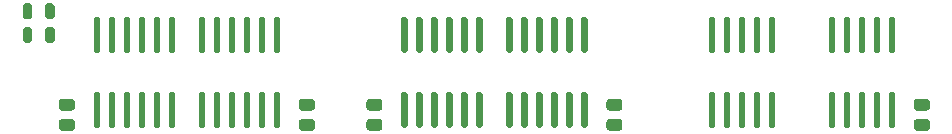
<source format=gtp>
G04 #@! TF.GenerationSoftware,KiCad,Pcbnew,(5.1.10-1-10_14)*
G04 #@! TF.CreationDate,2021-06-21T04:50:06-04:00*
G04 #@! TF.ProjectId,GW4191-SOJ,47573431-3931-42d5-934f-4a2e6b696361,1.0-SOJ*
G04 #@! TF.SameCoordinates,Original*
G04 #@! TF.FileFunction,Paste,Top*
G04 #@! TF.FilePolarity,Positive*
%FSLAX46Y46*%
G04 Gerber Fmt 4.6, Leading zero omitted, Abs format (unit mm)*
G04 Created by KiCad (PCBNEW (5.1.10-1-10_14)) date 2021-06-21 04:50:06*
%MOMM*%
%LPD*%
G01*
G04 APERTURE LIST*
G04 APERTURE END LIST*
G36*
G01*
X84665000Y-93607000D02*
X85515000Y-93607000D01*
G75*
G02*
X85765000Y-93857000I0J-250000D01*
G01*
X85765000Y-94357000D01*
G75*
G02*
X85515000Y-94607000I-250000J0D01*
G01*
X84665000Y-94607000D01*
G75*
G02*
X84415000Y-94357000I0J250000D01*
G01*
X84415000Y-93857000D01*
G75*
G02*
X84665000Y-93607000I250000J0D01*
G01*
G37*
G36*
G01*
X84665000Y-91907000D02*
X85515000Y-91907000D01*
G75*
G02*
X85765000Y-92157000I0J-250000D01*
G01*
X85765000Y-92657000D01*
G75*
G02*
X85515000Y-92907000I-250000J0D01*
G01*
X84665000Y-92907000D01*
G75*
G02*
X84415000Y-92657000I0J250000D01*
G01*
X84415000Y-92157000D01*
G75*
G02*
X84665000Y-91907000I250000J0D01*
G01*
G37*
G36*
G01*
X104985000Y-93607000D02*
X105835000Y-93607000D01*
G75*
G02*
X106085000Y-93857000I0J-250000D01*
G01*
X106085000Y-94357000D01*
G75*
G02*
X105835000Y-94607000I-250000J0D01*
G01*
X104985000Y-94607000D01*
G75*
G02*
X104735000Y-94357000I0J250000D01*
G01*
X104735000Y-93857000D01*
G75*
G02*
X104985000Y-93607000I250000J0D01*
G01*
G37*
G36*
G01*
X104985000Y-91907000D02*
X105835000Y-91907000D01*
G75*
G02*
X106085000Y-92157000I0J-250000D01*
G01*
X106085000Y-92657000D01*
G75*
G02*
X105835000Y-92907000I-250000J0D01*
G01*
X104985000Y-92907000D01*
G75*
G02*
X104735000Y-92657000I0J250000D01*
G01*
X104735000Y-92157000D01*
G75*
G02*
X104985000Y-91907000I250000J0D01*
G01*
G37*
G36*
G01*
X110700000Y-93607000D02*
X111550000Y-93607000D01*
G75*
G02*
X111800000Y-93857000I0J-250000D01*
G01*
X111800000Y-94357000D01*
G75*
G02*
X111550000Y-94607000I-250000J0D01*
G01*
X110700000Y-94607000D01*
G75*
G02*
X110450000Y-94357000I0J250000D01*
G01*
X110450000Y-93857000D01*
G75*
G02*
X110700000Y-93607000I250000J0D01*
G01*
G37*
G36*
G01*
X110700000Y-91907000D02*
X111550000Y-91907000D01*
G75*
G02*
X111800000Y-92157000I0J-250000D01*
G01*
X111800000Y-92657000D01*
G75*
G02*
X111550000Y-92907000I-250000J0D01*
G01*
X110700000Y-92907000D01*
G75*
G02*
X110450000Y-92657000I0J250000D01*
G01*
X110450000Y-92157000D01*
G75*
G02*
X110700000Y-91907000I250000J0D01*
G01*
G37*
G36*
G01*
X157905000Y-92907000D02*
X157055000Y-92907000D01*
G75*
G02*
X156805000Y-92657000I0J250000D01*
G01*
X156805000Y-92157000D01*
G75*
G02*
X157055000Y-91907000I250000J0D01*
G01*
X157905000Y-91907000D01*
G75*
G02*
X158155000Y-92157000I0J-250000D01*
G01*
X158155000Y-92657000D01*
G75*
G02*
X157905000Y-92907000I-250000J0D01*
G01*
G37*
G36*
G01*
X157905000Y-94607000D02*
X157055000Y-94607000D01*
G75*
G02*
X156805000Y-94357000I0J250000D01*
G01*
X156805000Y-93857000D01*
G75*
G02*
X157055000Y-93607000I250000J0D01*
G01*
X157905000Y-93607000D01*
G75*
G02*
X158155000Y-93857000I0J-250000D01*
G01*
X158155000Y-94357000D01*
G75*
G02*
X157905000Y-94607000I-250000J0D01*
G01*
G37*
G36*
G01*
X131020000Y-93607000D02*
X131870000Y-93607000D01*
G75*
G02*
X132120000Y-93857000I0J-250000D01*
G01*
X132120000Y-94357000D01*
G75*
G02*
X131870000Y-94607000I-250000J0D01*
G01*
X131020000Y-94607000D01*
G75*
G02*
X130770000Y-94357000I0J250000D01*
G01*
X130770000Y-93857000D01*
G75*
G02*
X131020000Y-93607000I250000J0D01*
G01*
G37*
G36*
G01*
X131020000Y-91907000D02*
X131870000Y-91907000D01*
G75*
G02*
X132120000Y-92157000I0J-250000D01*
G01*
X132120000Y-92657000D01*
G75*
G02*
X131870000Y-92907000I-250000J0D01*
G01*
X131020000Y-92907000D01*
G75*
G02*
X130770000Y-92657000I0J250000D01*
G01*
X130770000Y-92157000D01*
G75*
G02*
X131020000Y-91907000I250000J0D01*
G01*
G37*
G36*
G01*
X82150000Y-86025000D02*
X82150000Y-86975000D01*
G75*
G02*
X81950000Y-87175000I-200000J0D01*
G01*
X81550000Y-87175000D01*
G75*
G02*
X81350000Y-86975000I0J200000D01*
G01*
X81350000Y-86025000D01*
G75*
G02*
X81550000Y-85825000I200000J0D01*
G01*
X81950000Y-85825000D01*
G75*
G02*
X82150000Y-86025000I0J-200000D01*
G01*
G37*
G36*
G01*
X84050000Y-86025000D02*
X84050000Y-86975000D01*
G75*
G02*
X83850000Y-87175000I-200000J0D01*
G01*
X83450000Y-87175000D01*
G75*
G02*
X83250000Y-86975000I0J200000D01*
G01*
X83250000Y-86025000D01*
G75*
G02*
X83450000Y-85825000I200000J0D01*
G01*
X83850000Y-85825000D01*
G75*
G02*
X84050000Y-86025000I0J-200000D01*
G01*
G37*
G36*
G01*
X83250000Y-84975000D02*
X83250000Y-84025000D01*
G75*
G02*
X83450000Y-83825000I200000J0D01*
G01*
X83850000Y-83825000D01*
G75*
G02*
X84050000Y-84025000I0J-200000D01*
G01*
X84050000Y-84975000D01*
G75*
G02*
X83850000Y-85175000I-200000J0D01*
G01*
X83450000Y-85175000D01*
G75*
G02*
X83250000Y-84975000I0J200000D01*
G01*
G37*
G36*
G01*
X81350000Y-84975000D02*
X81350000Y-84025000D01*
G75*
G02*
X81550000Y-83825000I200000J0D01*
G01*
X81950000Y-83825000D01*
G75*
G02*
X82150000Y-84025000I0J-200000D01*
G01*
X82150000Y-84975000D01*
G75*
G02*
X81950000Y-85175000I-200000J0D01*
G01*
X81550000Y-85175000D01*
G75*
G02*
X81350000Y-84975000I0J200000D01*
G01*
G37*
G36*
G01*
X122692500Y-94336000D02*
X122417500Y-94336000D01*
G75*
G02*
X122280000Y-94198500I0J137500D01*
G01*
X122280000Y-91475500D01*
G75*
G02*
X122417500Y-91338000I137500J0D01*
G01*
X122692500Y-91338000D01*
G75*
G02*
X122830000Y-91475500I0J-137500D01*
G01*
X122830000Y-94198500D01*
G75*
G02*
X122692500Y-94336000I-137500J0D01*
G01*
G37*
G36*
G01*
X122692500Y-87986000D02*
X122417500Y-87986000D01*
G75*
G02*
X122280000Y-87848500I0J137500D01*
G01*
X122280000Y-85125500D01*
G75*
G02*
X122417500Y-84988000I137500J0D01*
G01*
X122692500Y-84988000D01*
G75*
G02*
X122830000Y-85125500I0J-137500D01*
G01*
X122830000Y-87848500D01*
G75*
G02*
X122692500Y-87986000I-137500J0D01*
G01*
G37*
G36*
G01*
X120152500Y-94336000D02*
X119877500Y-94336000D01*
G75*
G02*
X119740000Y-94198500I0J137500D01*
G01*
X119740000Y-91475500D01*
G75*
G02*
X119877500Y-91338000I137500J0D01*
G01*
X120152500Y-91338000D01*
G75*
G02*
X120290000Y-91475500I0J-137500D01*
G01*
X120290000Y-94198500D01*
G75*
G02*
X120152500Y-94336000I-137500J0D01*
G01*
G37*
G36*
G01*
X120152500Y-87986000D02*
X119877500Y-87986000D01*
G75*
G02*
X119740000Y-87848500I0J137500D01*
G01*
X119740000Y-85125500D01*
G75*
G02*
X119877500Y-84988000I137500J0D01*
G01*
X120152500Y-84988000D01*
G75*
G02*
X120290000Y-85125500I0J-137500D01*
G01*
X120290000Y-87848500D01*
G75*
G02*
X120152500Y-87986000I-137500J0D01*
G01*
G37*
G36*
G01*
X113802500Y-94336000D02*
X113527500Y-94336000D01*
G75*
G02*
X113390000Y-94198500I0J137500D01*
G01*
X113390000Y-91475500D01*
G75*
G02*
X113527500Y-91338000I137500J0D01*
G01*
X113802500Y-91338000D01*
G75*
G02*
X113940000Y-91475500I0J-137500D01*
G01*
X113940000Y-94198500D01*
G75*
G02*
X113802500Y-94336000I-137500J0D01*
G01*
G37*
G36*
G01*
X115072500Y-94336000D02*
X114797500Y-94336000D01*
G75*
G02*
X114660000Y-94198500I0J137500D01*
G01*
X114660000Y-91475500D01*
G75*
G02*
X114797500Y-91338000I137500J0D01*
G01*
X115072500Y-91338000D01*
G75*
G02*
X115210000Y-91475500I0J-137500D01*
G01*
X115210000Y-94198500D01*
G75*
G02*
X115072500Y-94336000I-137500J0D01*
G01*
G37*
G36*
G01*
X116342500Y-94336000D02*
X116067500Y-94336000D01*
G75*
G02*
X115930000Y-94198500I0J137500D01*
G01*
X115930000Y-91475500D01*
G75*
G02*
X116067500Y-91338000I137500J0D01*
G01*
X116342500Y-91338000D01*
G75*
G02*
X116480000Y-91475500I0J-137500D01*
G01*
X116480000Y-94198500D01*
G75*
G02*
X116342500Y-94336000I-137500J0D01*
G01*
G37*
G36*
G01*
X117612500Y-94336000D02*
X117337500Y-94336000D01*
G75*
G02*
X117200000Y-94198500I0J137500D01*
G01*
X117200000Y-91475500D01*
G75*
G02*
X117337500Y-91338000I137500J0D01*
G01*
X117612500Y-91338000D01*
G75*
G02*
X117750000Y-91475500I0J-137500D01*
G01*
X117750000Y-94198500D01*
G75*
G02*
X117612500Y-94336000I-137500J0D01*
G01*
G37*
G36*
G01*
X118882500Y-94336000D02*
X118607500Y-94336000D01*
G75*
G02*
X118470000Y-94198500I0J137500D01*
G01*
X118470000Y-91475500D01*
G75*
G02*
X118607500Y-91338000I137500J0D01*
G01*
X118882500Y-91338000D01*
G75*
G02*
X119020000Y-91475500I0J-137500D01*
G01*
X119020000Y-94198500D01*
G75*
G02*
X118882500Y-94336000I-137500J0D01*
G01*
G37*
G36*
G01*
X123962500Y-94336000D02*
X123687500Y-94336000D01*
G75*
G02*
X123550000Y-94198500I0J137500D01*
G01*
X123550000Y-91475500D01*
G75*
G02*
X123687500Y-91338000I137500J0D01*
G01*
X123962500Y-91338000D01*
G75*
G02*
X124100000Y-91475500I0J-137500D01*
G01*
X124100000Y-94198500D01*
G75*
G02*
X123962500Y-94336000I-137500J0D01*
G01*
G37*
G36*
G01*
X125232500Y-94336000D02*
X124957500Y-94336000D01*
G75*
G02*
X124820000Y-94198500I0J137500D01*
G01*
X124820000Y-91475500D01*
G75*
G02*
X124957500Y-91338000I137500J0D01*
G01*
X125232500Y-91338000D01*
G75*
G02*
X125370000Y-91475500I0J-137500D01*
G01*
X125370000Y-94198500D01*
G75*
G02*
X125232500Y-94336000I-137500J0D01*
G01*
G37*
G36*
G01*
X126502500Y-94336000D02*
X126227500Y-94336000D01*
G75*
G02*
X126090000Y-94198500I0J137500D01*
G01*
X126090000Y-91475500D01*
G75*
G02*
X126227500Y-91338000I137500J0D01*
G01*
X126502500Y-91338000D01*
G75*
G02*
X126640000Y-91475500I0J-137500D01*
G01*
X126640000Y-94198500D01*
G75*
G02*
X126502500Y-94336000I-137500J0D01*
G01*
G37*
G36*
G01*
X127772500Y-94336000D02*
X127497500Y-94336000D01*
G75*
G02*
X127360000Y-94198500I0J137500D01*
G01*
X127360000Y-91475500D01*
G75*
G02*
X127497500Y-91338000I137500J0D01*
G01*
X127772500Y-91338000D01*
G75*
G02*
X127910000Y-91475500I0J-137500D01*
G01*
X127910000Y-94198500D01*
G75*
G02*
X127772500Y-94336000I-137500J0D01*
G01*
G37*
G36*
G01*
X129042500Y-94336000D02*
X128767500Y-94336000D01*
G75*
G02*
X128630000Y-94198500I0J137500D01*
G01*
X128630000Y-91475500D01*
G75*
G02*
X128767500Y-91338000I137500J0D01*
G01*
X129042500Y-91338000D01*
G75*
G02*
X129180000Y-91475500I0J-137500D01*
G01*
X129180000Y-94198500D01*
G75*
G02*
X129042500Y-94336000I-137500J0D01*
G01*
G37*
G36*
G01*
X127772500Y-87986000D02*
X127497500Y-87986000D01*
G75*
G02*
X127360000Y-87848500I0J137500D01*
G01*
X127360000Y-85125500D01*
G75*
G02*
X127497500Y-84988000I137500J0D01*
G01*
X127772500Y-84988000D01*
G75*
G02*
X127910000Y-85125500I0J-137500D01*
G01*
X127910000Y-87848500D01*
G75*
G02*
X127772500Y-87986000I-137500J0D01*
G01*
G37*
G36*
G01*
X126502500Y-87986000D02*
X126227500Y-87986000D01*
G75*
G02*
X126090000Y-87848500I0J137500D01*
G01*
X126090000Y-85125500D01*
G75*
G02*
X126227500Y-84988000I137500J0D01*
G01*
X126502500Y-84988000D01*
G75*
G02*
X126640000Y-85125500I0J-137500D01*
G01*
X126640000Y-87848500D01*
G75*
G02*
X126502500Y-87986000I-137500J0D01*
G01*
G37*
G36*
G01*
X125232500Y-87986000D02*
X124957500Y-87986000D01*
G75*
G02*
X124820000Y-87848500I0J137500D01*
G01*
X124820000Y-85125500D01*
G75*
G02*
X124957500Y-84988000I137500J0D01*
G01*
X125232500Y-84988000D01*
G75*
G02*
X125370000Y-85125500I0J-137500D01*
G01*
X125370000Y-87848500D01*
G75*
G02*
X125232500Y-87986000I-137500J0D01*
G01*
G37*
G36*
G01*
X123962500Y-87986000D02*
X123687500Y-87986000D01*
G75*
G02*
X123550000Y-87848500I0J137500D01*
G01*
X123550000Y-85125500D01*
G75*
G02*
X123687500Y-84988000I137500J0D01*
G01*
X123962500Y-84988000D01*
G75*
G02*
X124100000Y-85125500I0J-137500D01*
G01*
X124100000Y-87848500D01*
G75*
G02*
X123962500Y-87986000I-137500J0D01*
G01*
G37*
G36*
G01*
X118882500Y-87986000D02*
X118607500Y-87986000D01*
G75*
G02*
X118470000Y-87848500I0J137500D01*
G01*
X118470000Y-85125500D01*
G75*
G02*
X118607500Y-84988000I137500J0D01*
G01*
X118882500Y-84988000D01*
G75*
G02*
X119020000Y-85125500I0J-137500D01*
G01*
X119020000Y-87848500D01*
G75*
G02*
X118882500Y-87986000I-137500J0D01*
G01*
G37*
G36*
G01*
X117612500Y-87986000D02*
X117337500Y-87986000D01*
G75*
G02*
X117200000Y-87848500I0J137500D01*
G01*
X117200000Y-85125500D01*
G75*
G02*
X117337500Y-84988000I137500J0D01*
G01*
X117612500Y-84988000D01*
G75*
G02*
X117750000Y-85125500I0J-137500D01*
G01*
X117750000Y-87848500D01*
G75*
G02*
X117612500Y-87986000I-137500J0D01*
G01*
G37*
G36*
G01*
X116342500Y-87986000D02*
X116067500Y-87986000D01*
G75*
G02*
X115930000Y-87848500I0J137500D01*
G01*
X115930000Y-85125500D01*
G75*
G02*
X116067500Y-84988000I137500J0D01*
G01*
X116342500Y-84988000D01*
G75*
G02*
X116480000Y-85125500I0J-137500D01*
G01*
X116480000Y-87848500D01*
G75*
G02*
X116342500Y-87986000I-137500J0D01*
G01*
G37*
G36*
G01*
X115072500Y-87986000D02*
X114797500Y-87986000D01*
G75*
G02*
X114660000Y-87848500I0J137500D01*
G01*
X114660000Y-85125500D01*
G75*
G02*
X114797500Y-84988000I137500J0D01*
G01*
X115072500Y-84988000D01*
G75*
G02*
X115210000Y-85125500I0J-137500D01*
G01*
X115210000Y-87848500D01*
G75*
G02*
X115072500Y-87986000I-137500J0D01*
G01*
G37*
G36*
G01*
X113802500Y-87986000D02*
X113527500Y-87986000D01*
G75*
G02*
X113390000Y-87848500I0J137500D01*
G01*
X113390000Y-85125500D01*
G75*
G02*
X113527500Y-84988000I137500J0D01*
G01*
X113802500Y-84988000D01*
G75*
G02*
X113940000Y-85125500I0J-137500D01*
G01*
X113940000Y-87848500D01*
G75*
G02*
X113802500Y-87986000I-137500J0D01*
G01*
G37*
G36*
G01*
X129042500Y-87986000D02*
X128767500Y-87986000D01*
G75*
G02*
X128630000Y-87848500I0J137500D01*
G01*
X128630000Y-85125500D01*
G75*
G02*
X128767500Y-84988000I137500J0D01*
G01*
X129042500Y-84988000D01*
G75*
G02*
X129180000Y-85125500I0J-137500D01*
G01*
X129180000Y-87848500D01*
G75*
G02*
X129042500Y-87986000I-137500J0D01*
G01*
G37*
G36*
G01*
X103007500Y-87986000D02*
X102732500Y-87986000D01*
G75*
G02*
X102595000Y-87848500I0J137500D01*
G01*
X102595000Y-85125500D01*
G75*
G02*
X102732500Y-84988000I137500J0D01*
G01*
X103007500Y-84988000D01*
G75*
G02*
X103145000Y-85125500I0J-137500D01*
G01*
X103145000Y-87848500D01*
G75*
G02*
X103007500Y-87986000I-137500J0D01*
G01*
G37*
G36*
G01*
X87767500Y-87986000D02*
X87492500Y-87986000D01*
G75*
G02*
X87355000Y-87848500I0J137500D01*
G01*
X87355000Y-85125500D01*
G75*
G02*
X87492500Y-84988000I137500J0D01*
G01*
X87767500Y-84988000D01*
G75*
G02*
X87905000Y-85125500I0J-137500D01*
G01*
X87905000Y-87848500D01*
G75*
G02*
X87767500Y-87986000I-137500J0D01*
G01*
G37*
G36*
G01*
X89037500Y-87986000D02*
X88762500Y-87986000D01*
G75*
G02*
X88625000Y-87848500I0J137500D01*
G01*
X88625000Y-85125500D01*
G75*
G02*
X88762500Y-84988000I137500J0D01*
G01*
X89037500Y-84988000D01*
G75*
G02*
X89175000Y-85125500I0J-137500D01*
G01*
X89175000Y-87848500D01*
G75*
G02*
X89037500Y-87986000I-137500J0D01*
G01*
G37*
G36*
G01*
X90307500Y-87986000D02*
X90032500Y-87986000D01*
G75*
G02*
X89895000Y-87848500I0J137500D01*
G01*
X89895000Y-85125500D01*
G75*
G02*
X90032500Y-84988000I137500J0D01*
G01*
X90307500Y-84988000D01*
G75*
G02*
X90445000Y-85125500I0J-137500D01*
G01*
X90445000Y-87848500D01*
G75*
G02*
X90307500Y-87986000I-137500J0D01*
G01*
G37*
G36*
G01*
X91577500Y-87986000D02*
X91302500Y-87986000D01*
G75*
G02*
X91165000Y-87848500I0J137500D01*
G01*
X91165000Y-85125500D01*
G75*
G02*
X91302500Y-84988000I137500J0D01*
G01*
X91577500Y-84988000D01*
G75*
G02*
X91715000Y-85125500I0J-137500D01*
G01*
X91715000Y-87848500D01*
G75*
G02*
X91577500Y-87986000I-137500J0D01*
G01*
G37*
G36*
G01*
X92847500Y-87986000D02*
X92572500Y-87986000D01*
G75*
G02*
X92435000Y-87848500I0J137500D01*
G01*
X92435000Y-85125500D01*
G75*
G02*
X92572500Y-84988000I137500J0D01*
G01*
X92847500Y-84988000D01*
G75*
G02*
X92985000Y-85125500I0J-137500D01*
G01*
X92985000Y-87848500D01*
G75*
G02*
X92847500Y-87986000I-137500J0D01*
G01*
G37*
G36*
G01*
X97927500Y-87986000D02*
X97652500Y-87986000D01*
G75*
G02*
X97515000Y-87848500I0J137500D01*
G01*
X97515000Y-85125500D01*
G75*
G02*
X97652500Y-84988000I137500J0D01*
G01*
X97927500Y-84988000D01*
G75*
G02*
X98065000Y-85125500I0J-137500D01*
G01*
X98065000Y-87848500D01*
G75*
G02*
X97927500Y-87986000I-137500J0D01*
G01*
G37*
G36*
G01*
X99197500Y-87986000D02*
X98922500Y-87986000D01*
G75*
G02*
X98785000Y-87848500I0J137500D01*
G01*
X98785000Y-85125500D01*
G75*
G02*
X98922500Y-84988000I137500J0D01*
G01*
X99197500Y-84988000D01*
G75*
G02*
X99335000Y-85125500I0J-137500D01*
G01*
X99335000Y-87848500D01*
G75*
G02*
X99197500Y-87986000I-137500J0D01*
G01*
G37*
G36*
G01*
X100467500Y-87986000D02*
X100192500Y-87986000D01*
G75*
G02*
X100055000Y-87848500I0J137500D01*
G01*
X100055000Y-85125500D01*
G75*
G02*
X100192500Y-84988000I137500J0D01*
G01*
X100467500Y-84988000D01*
G75*
G02*
X100605000Y-85125500I0J-137500D01*
G01*
X100605000Y-87848500D01*
G75*
G02*
X100467500Y-87986000I-137500J0D01*
G01*
G37*
G36*
G01*
X101737500Y-87986000D02*
X101462500Y-87986000D01*
G75*
G02*
X101325000Y-87848500I0J137500D01*
G01*
X101325000Y-85125500D01*
G75*
G02*
X101462500Y-84988000I137500J0D01*
G01*
X101737500Y-84988000D01*
G75*
G02*
X101875000Y-85125500I0J-137500D01*
G01*
X101875000Y-87848500D01*
G75*
G02*
X101737500Y-87986000I-137500J0D01*
G01*
G37*
G36*
G01*
X103007500Y-94336000D02*
X102732500Y-94336000D01*
G75*
G02*
X102595000Y-94198500I0J137500D01*
G01*
X102595000Y-91475500D01*
G75*
G02*
X102732500Y-91338000I137500J0D01*
G01*
X103007500Y-91338000D01*
G75*
G02*
X103145000Y-91475500I0J-137500D01*
G01*
X103145000Y-94198500D01*
G75*
G02*
X103007500Y-94336000I-137500J0D01*
G01*
G37*
G36*
G01*
X101737500Y-94336000D02*
X101462500Y-94336000D01*
G75*
G02*
X101325000Y-94198500I0J137500D01*
G01*
X101325000Y-91475500D01*
G75*
G02*
X101462500Y-91338000I137500J0D01*
G01*
X101737500Y-91338000D01*
G75*
G02*
X101875000Y-91475500I0J-137500D01*
G01*
X101875000Y-94198500D01*
G75*
G02*
X101737500Y-94336000I-137500J0D01*
G01*
G37*
G36*
G01*
X100467500Y-94336000D02*
X100192500Y-94336000D01*
G75*
G02*
X100055000Y-94198500I0J137500D01*
G01*
X100055000Y-91475500D01*
G75*
G02*
X100192500Y-91338000I137500J0D01*
G01*
X100467500Y-91338000D01*
G75*
G02*
X100605000Y-91475500I0J-137500D01*
G01*
X100605000Y-94198500D01*
G75*
G02*
X100467500Y-94336000I-137500J0D01*
G01*
G37*
G36*
G01*
X99197500Y-94336000D02*
X98922500Y-94336000D01*
G75*
G02*
X98785000Y-94198500I0J137500D01*
G01*
X98785000Y-91475500D01*
G75*
G02*
X98922500Y-91338000I137500J0D01*
G01*
X99197500Y-91338000D01*
G75*
G02*
X99335000Y-91475500I0J-137500D01*
G01*
X99335000Y-94198500D01*
G75*
G02*
X99197500Y-94336000I-137500J0D01*
G01*
G37*
G36*
G01*
X97927500Y-94336000D02*
X97652500Y-94336000D01*
G75*
G02*
X97515000Y-94198500I0J137500D01*
G01*
X97515000Y-91475500D01*
G75*
G02*
X97652500Y-91338000I137500J0D01*
G01*
X97927500Y-91338000D01*
G75*
G02*
X98065000Y-91475500I0J-137500D01*
G01*
X98065000Y-94198500D01*
G75*
G02*
X97927500Y-94336000I-137500J0D01*
G01*
G37*
G36*
G01*
X92847500Y-94336000D02*
X92572500Y-94336000D01*
G75*
G02*
X92435000Y-94198500I0J137500D01*
G01*
X92435000Y-91475500D01*
G75*
G02*
X92572500Y-91338000I137500J0D01*
G01*
X92847500Y-91338000D01*
G75*
G02*
X92985000Y-91475500I0J-137500D01*
G01*
X92985000Y-94198500D01*
G75*
G02*
X92847500Y-94336000I-137500J0D01*
G01*
G37*
G36*
G01*
X91577500Y-94336000D02*
X91302500Y-94336000D01*
G75*
G02*
X91165000Y-94198500I0J137500D01*
G01*
X91165000Y-91475500D01*
G75*
G02*
X91302500Y-91338000I137500J0D01*
G01*
X91577500Y-91338000D01*
G75*
G02*
X91715000Y-91475500I0J-137500D01*
G01*
X91715000Y-94198500D01*
G75*
G02*
X91577500Y-94336000I-137500J0D01*
G01*
G37*
G36*
G01*
X90307500Y-94336000D02*
X90032500Y-94336000D01*
G75*
G02*
X89895000Y-94198500I0J137500D01*
G01*
X89895000Y-91475500D01*
G75*
G02*
X90032500Y-91338000I137500J0D01*
G01*
X90307500Y-91338000D01*
G75*
G02*
X90445000Y-91475500I0J-137500D01*
G01*
X90445000Y-94198500D01*
G75*
G02*
X90307500Y-94336000I-137500J0D01*
G01*
G37*
G36*
G01*
X89037500Y-94336000D02*
X88762500Y-94336000D01*
G75*
G02*
X88625000Y-94198500I0J137500D01*
G01*
X88625000Y-91475500D01*
G75*
G02*
X88762500Y-91338000I137500J0D01*
G01*
X89037500Y-91338000D01*
G75*
G02*
X89175000Y-91475500I0J-137500D01*
G01*
X89175000Y-94198500D01*
G75*
G02*
X89037500Y-94336000I-137500J0D01*
G01*
G37*
G36*
G01*
X87767500Y-94336000D02*
X87492500Y-94336000D01*
G75*
G02*
X87355000Y-94198500I0J137500D01*
G01*
X87355000Y-91475500D01*
G75*
G02*
X87492500Y-91338000I137500J0D01*
G01*
X87767500Y-91338000D01*
G75*
G02*
X87905000Y-91475500I0J-137500D01*
G01*
X87905000Y-94198500D01*
G75*
G02*
X87767500Y-94336000I-137500J0D01*
G01*
G37*
G36*
G01*
X94117500Y-87986000D02*
X93842500Y-87986000D01*
G75*
G02*
X93705000Y-87848500I0J137500D01*
G01*
X93705000Y-85125500D01*
G75*
G02*
X93842500Y-84988000I137500J0D01*
G01*
X94117500Y-84988000D01*
G75*
G02*
X94255000Y-85125500I0J-137500D01*
G01*
X94255000Y-87848500D01*
G75*
G02*
X94117500Y-87986000I-137500J0D01*
G01*
G37*
G36*
G01*
X94117500Y-94336000D02*
X93842500Y-94336000D01*
G75*
G02*
X93705000Y-94198500I0J137500D01*
G01*
X93705000Y-91475500D01*
G75*
G02*
X93842500Y-91338000I137500J0D01*
G01*
X94117500Y-91338000D01*
G75*
G02*
X94255000Y-91475500I0J-137500D01*
G01*
X94255000Y-94198500D01*
G75*
G02*
X94117500Y-94336000I-137500J0D01*
G01*
G37*
G36*
G01*
X96657500Y-87986000D02*
X96382500Y-87986000D01*
G75*
G02*
X96245000Y-87848500I0J137500D01*
G01*
X96245000Y-85125500D01*
G75*
G02*
X96382500Y-84988000I137500J0D01*
G01*
X96657500Y-84988000D01*
G75*
G02*
X96795000Y-85125500I0J-137500D01*
G01*
X96795000Y-87848500D01*
G75*
G02*
X96657500Y-87986000I-137500J0D01*
G01*
G37*
G36*
G01*
X96657500Y-94336000D02*
X96382500Y-94336000D01*
G75*
G02*
X96245000Y-94198500I0J137500D01*
G01*
X96245000Y-91475500D01*
G75*
G02*
X96382500Y-91338000I137500J0D01*
G01*
X96657500Y-91338000D01*
G75*
G02*
X96795000Y-91475500I0J-137500D01*
G01*
X96795000Y-94198500D01*
G75*
G02*
X96657500Y-94336000I-137500J0D01*
G01*
G37*
G36*
G01*
X139837500Y-94336000D02*
X139562500Y-94336000D01*
G75*
G02*
X139425000Y-94198500I0J137500D01*
G01*
X139425000Y-91475500D01*
G75*
G02*
X139562500Y-91338000I137500J0D01*
G01*
X139837500Y-91338000D01*
G75*
G02*
X139975000Y-91475500I0J-137500D01*
G01*
X139975000Y-94198500D01*
G75*
G02*
X139837500Y-94336000I-137500J0D01*
G01*
G37*
G36*
G01*
X141107500Y-94336000D02*
X140832500Y-94336000D01*
G75*
G02*
X140695000Y-94198500I0J137500D01*
G01*
X140695000Y-91475500D01*
G75*
G02*
X140832500Y-91338000I137500J0D01*
G01*
X141107500Y-91338000D01*
G75*
G02*
X141245000Y-91475500I0J-137500D01*
G01*
X141245000Y-94198500D01*
G75*
G02*
X141107500Y-94336000I-137500J0D01*
G01*
G37*
G36*
G01*
X142377500Y-94336000D02*
X142102500Y-94336000D01*
G75*
G02*
X141965000Y-94198500I0J137500D01*
G01*
X141965000Y-91475500D01*
G75*
G02*
X142102500Y-91338000I137500J0D01*
G01*
X142377500Y-91338000D01*
G75*
G02*
X142515000Y-91475500I0J-137500D01*
G01*
X142515000Y-94198500D01*
G75*
G02*
X142377500Y-94336000I-137500J0D01*
G01*
G37*
G36*
G01*
X143647500Y-94336000D02*
X143372500Y-94336000D01*
G75*
G02*
X143235000Y-94198500I0J137500D01*
G01*
X143235000Y-91475500D01*
G75*
G02*
X143372500Y-91338000I137500J0D01*
G01*
X143647500Y-91338000D01*
G75*
G02*
X143785000Y-91475500I0J-137500D01*
G01*
X143785000Y-94198500D01*
G75*
G02*
X143647500Y-94336000I-137500J0D01*
G01*
G37*
G36*
G01*
X144917500Y-94336000D02*
X144642500Y-94336000D01*
G75*
G02*
X144505000Y-94198500I0J137500D01*
G01*
X144505000Y-91475500D01*
G75*
G02*
X144642500Y-91338000I137500J0D01*
G01*
X144917500Y-91338000D01*
G75*
G02*
X145055000Y-91475500I0J-137500D01*
G01*
X145055000Y-94198500D01*
G75*
G02*
X144917500Y-94336000I-137500J0D01*
G01*
G37*
G36*
G01*
X149997500Y-94336000D02*
X149722500Y-94336000D01*
G75*
G02*
X149585000Y-94198500I0J137500D01*
G01*
X149585000Y-91475500D01*
G75*
G02*
X149722500Y-91338000I137500J0D01*
G01*
X149997500Y-91338000D01*
G75*
G02*
X150135000Y-91475500I0J-137500D01*
G01*
X150135000Y-94198500D01*
G75*
G02*
X149997500Y-94336000I-137500J0D01*
G01*
G37*
G36*
G01*
X151267500Y-94336000D02*
X150992500Y-94336000D01*
G75*
G02*
X150855000Y-94198500I0J137500D01*
G01*
X150855000Y-91475500D01*
G75*
G02*
X150992500Y-91338000I137500J0D01*
G01*
X151267500Y-91338000D01*
G75*
G02*
X151405000Y-91475500I0J-137500D01*
G01*
X151405000Y-94198500D01*
G75*
G02*
X151267500Y-94336000I-137500J0D01*
G01*
G37*
G36*
G01*
X152537500Y-94336000D02*
X152262500Y-94336000D01*
G75*
G02*
X152125000Y-94198500I0J137500D01*
G01*
X152125000Y-91475500D01*
G75*
G02*
X152262500Y-91338000I137500J0D01*
G01*
X152537500Y-91338000D01*
G75*
G02*
X152675000Y-91475500I0J-137500D01*
G01*
X152675000Y-94198500D01*
G75*
G02*
X152537500Y-94336000I-137500J0D01*
G01*
G37*
G36*
G01*
X153807500Y-94336000D02*
X153532500Y-94336000D01*
G75*
G02*
X153395000Y-94198500I0J137500D01*
G01*
X153395000Y-91475500D01*
G75*
G02*
X153532500Y-91338000I137500J0D01*
G01*
X153807500Y-91338000D01*
G75*
G02*
X153945000Y-91475500I0J-137500D01*
G01*
X153945000Y-94198500D01*
G75*
G02*
X153807500Y-94336000I-137500J0D01*
G01*
G37*
G36*
G01*
X155077500Y-94336000D02*
X154802500Y-94336000D01*
G75*
G02*
X154665000Y-94198500I0J137500D01*
G01*
X154665000Y-91475500D01*
G75*
G02*
X154802500Y-91338000I137500J0D01*
G01*
X155077500Y-91338000D01*
G75*
G02*
X155215000Y-91475500I0J-137500D01*
G01*
X155215000Y-94198500D01*
G75*
G02*
X155077500Y-94336000I-137500J0D01*
G01*
G37*
G36*
G01*
X153807500Y-87986000D02*
X153532500Y-87986000D01*
G75*
G02*
X153395000Y-87848500I0J137500D01*
G01*
X153395000Y-85125500D01*
G75*
G02*
X153532500Y-84988000I137500J0D01*
G01*
X153807500Y-84988000D01*
G75*
G02*
X153945000Y-85125500I0J-137500D01*
G01*
X153945000Y-87848500D01*
G75*
G02*
X153807500Y-87986000I-137500J0D01*
G01*
G37*
G36*
G01*
X152537500Y-87986000D02*
X152262500Y-87986000D01*
G75*
G02*
X152125000Y-87848500I0J137500D01*
G01*
X152125000Y-85125500D01*
G75*
G02*
X152262500Y-84988000I137500J0D01*
G01*
X152537500Y-84988000D01*
G75*
G02*
X152675000Y-85125500I0J-137500D01*
G01*
X152675000Y-87848500D01*
G75*
G02*
X152537500Y-87986000I-137500J0D01*
G01*
G37*
G36*
G01*
X151267500Y-87986000D02*
X150992500Y-87986000D01*
G75*
G02*
X150855000Y-87848500I0J137500D01*
G01*
X150855000Y-85125500D01*
G75*
G02*
X150992500Y-84988000I137500J0D01*
G01*
X151267500Y-84988000D01*
G75*
G02*
X151405000Y-85125500I0J-137500D01*
G01*
X151405000Y-87848500D01*
G75*
G02*
X151267500Y-87986000I-137500J0D01*
G01*
G37*
G36*
G01*
X149997500Y-87986000D02*
X149722500Y-87986000D01*
G75*
G02*
X149585000Y-87848500I0J137500D01*
G01*
X149585000Y-85125500D01*
G75*
G02*
X149722500Y-84988000I137500J0D01*
G01*
X149997500Y-84988000D01*
G75*
G02*
X150135000Y-85125500I0J-137500D01*
G01*
X150135000Y-87848500D01*
G75*
G02*
X149997500Y-87986000I-137500J0D01*
G01*
G37*
G36*
G01*
X144917500Y-87986000D02*
X144642500Y-87986000D01*
G75*
G02*
X144505000Y-87848500I0J137500D01*
G01*
X144505000Y-85125500D01*
G75*
G02*
X144642500Y-84988000I137500J0D01*
G01*
X144917500Y-84988000D01*
G75*
G02*
X145055000Y-85125500I0J-137500D01*
G01*
X145055000Y-87848500D01*
G75*
G02*
X144917500Y-87986000I-137500J0D01*
G01*
G37*
G36*
G01*
X143647500Y-87986000D02*
X143372500Y-87986000D01*
G75*
G02*
X143235000Y-87848500I0J137500D01*
G01*
X143235000Y-85125500D01*
G75*
G02*
X143372500Y-84988000I137500J0D01*
G01*
X143647500Y-84988000D01*
G75*
G02*
X143785000Y-85125500I0J-137500D01*
G01*
X143785000Y-87848500D01*
G75*
G02*
X143647500Y-87986000I-137500J0D01*
G01*
G37*
G36*
G01*
X142377500Y-87986000D02*
X142102500Y-87986000D01*
G75*
G02*
X141965000Y-87848500I0J137500D01*
G01*
X141965000Y-85125500D01*
G75*
G02*
X142102500Y-84988000I137500J0D01*
G01*
X142377500Y-84988000D01*
G75*
G02*
X142515000Y-85125500I0J-137500D01*
G01*
X142515000Y-87848500D01*
G75*
G02*
X142377500Y-87986000I-137500J0D01*
G01*
G37*
G36*
G01*
X141107500Y-87986000D02*
X140832500Y-87986000D01*
G75*
G02*
X140695000Y-87848500I0J137500D01*
G01*
X140695000Y-85125500D01*
G75*
G02*
X140832500Y-84988000I137500J0D01*
G01*
X141107500Y-84988000D01*
G75*
G02*
X141245000Y-85125500I0J-137500D01*
G01*
X141245000Y-87848500D01*
G75*
G02*
X141107500Y-87986000I-137500J0D01*
G01*
G37*
G36*
G01*
X139837500Y-87986000D02*
X139562500Y-87986000D01*
G75*
G02*
X139425000Y-87848500I0J137500D01*
G01*
X139425000Y-85125500D01*
G75*
G02*
X139562500Y-84988000I137500J0D01*
G01*
X139837500Y-84988000D01*
G75*
G02*
X139975000Y-85125500I0J-137500D01*
G01*
X139975000Y-87848500D01*
G75*
G02*
X139837500Y-87986000I-137500J0D01*
G01*
G37*
G36*
G01*
X155077500Y-87986000D02*
X154802500Y-87986000D01*
G75*
G02*
X154665000Y-87848500I0J137500D01*
G01*
X154665000Y-85125500D01*
G75*
G02*
X154802500Y-84988000I137500J0D01*
G01*
X155077500Y-84988000D01*
G75*
G02*
X155215000Y-85125500I0J-137500D01*
G01*
X155215000Y-87848500D01*
G75*
G02*
X155077500Y-87986000I-137500J0D01*
G01*
G37*
M02*

</source>
